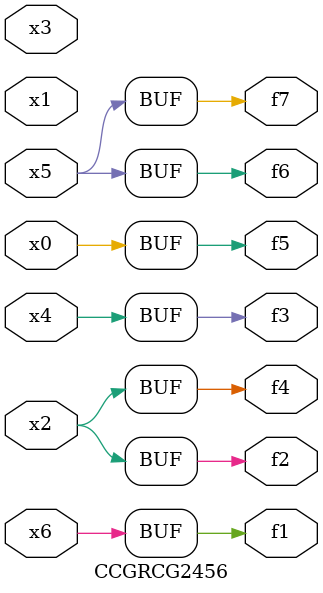
<source format=v>
module CCGRCG2456(
	input x0, x1, x2, x3, x4, x5, x6,
	output f1, f2, f3, f4, f5, f6, f7
);
	assign f1 = x6;
	assign f2 = x2;
	assign f3 = x4;
	assign f4 = x2;
	assign f5 = x0;
	assign f6 = x5;
	assign f7 = x5;
endmodule

</source>
